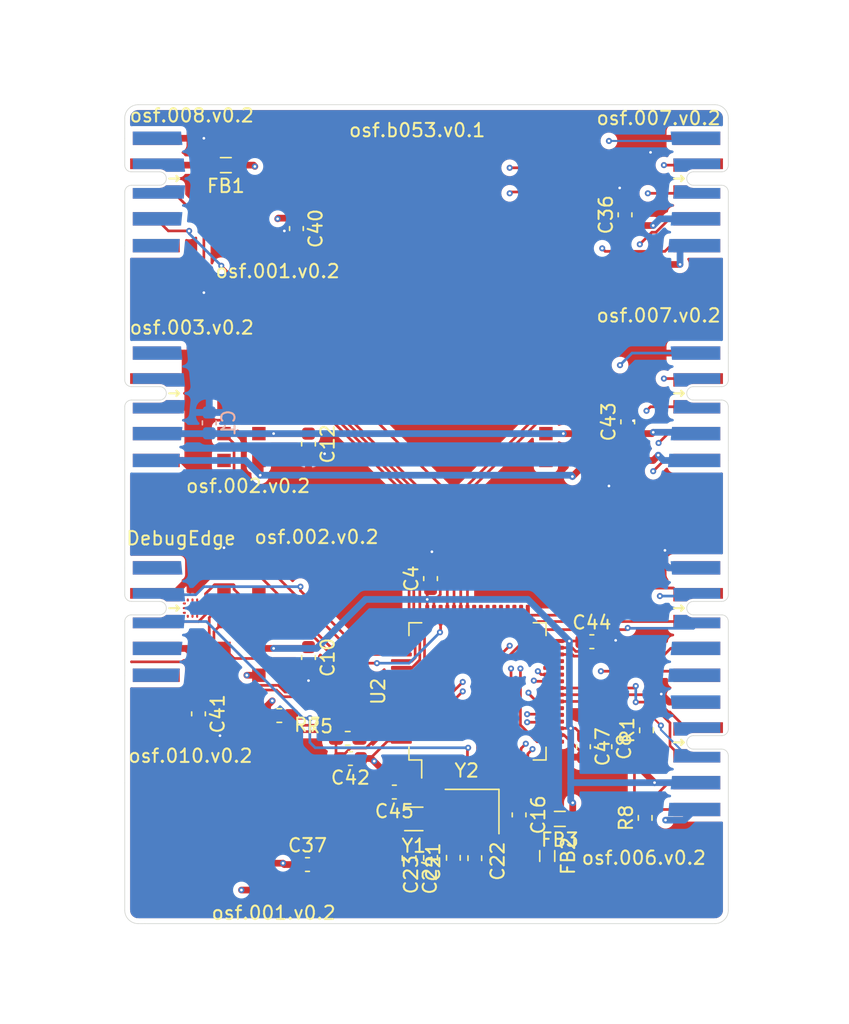
<source format=kicad_pcb>
(kicad_pcb (version 20211014) (generator pcbnew)
  (layers (0 "F.Cu" signal) (1 "In1.Cu" signal) (2 "In2.Cu" signal) (31 "B.Cu" signal) (34 "B.Paste" user) (35 "F.Paste" user) (36 "B.SilkS" user "B.Silkscreen") (37 "F.SilkS" user "F.Silkscreen") (38 "B.Mask" user) (39 "F.Mask" user) (44 "Edge.Cuts" user))
  (net 0 "")
  (net 1 "GND")
  (net 2 "+3V3")
  (net 3 "Net-(C21-Pad1)")
  (net 4 "Net-(C22-Pad1)")
  (net 5 "Net-(C23-Pad1)")
  (net 6 "Net-(C24-Pad1)")
  (net 7 "/uC/D+")
  (net 8 "/uC/D-")
  (net 9 "+5V")
  (net 10 "/uC/vref+")
  (net 11 "/uC/nrst")
  (net 12 "/uC/AD8")
  (net 13 "/uC/AD9")
  (net 14 "/uC/AD3")
  (net 15 "/uC/AD5")
  (net 16 "/uC/AD6")
  (net 17 "/uC/AD4")
  (net 18 "/uC/AD0")
  (net 19 "/uC/AD10")
  (net 20 "/uC/I2C1_SCL")
  (net 21 "Net-(FB1-Pad2)")
  (net 22 "/uC/RXD0")
  (net 23 "/uC/CRS_DV")
  (net 24 "/uC/RXD1")
  (net 25 "/uC/REF_CLK")
  (net 26 "/uC/TX_EN")
  (net 27 "/uC/MDIO")
  (net 28 "/uC/MDC")
  (net 29 "/uC/TXD1")
  (net 30 "/uC/TXD0")
  (net 31 "Net-(R7-Pad2)")
  (net 32 "/uC/RX_ER")
  (net 33 "/uC/CAN_TX")
  (net 34 "/uC/CAN_RX")
  (net 35 "/uC/GNDA")
  (net 36 "Net-(J12-Pad18)")
  (net 38 "/uC/SPI1_MOSI")
  (net 39 "/uC/SPI1_MISO")
  (net 40 "/uC/SPI1_SCK")
  (net 41 "/uC/SPI1_CS")
  (net 42 "/uC/I2C1_SDA")
  (net 43 "/uC/SWDIO")
  (net 44 "/uC/SWDCL")
  (net 45 "/uC/UART1_TX")
  (net 46 "/uC/UART1_RX")
  (net 47 "/uC/SPI3_MOSI")
  (net 48 "/uC/SPI3_MISO")
  (net 49 "/uC/SPI3_SCK")
  (net 50 "/uC/SPI3_CS")
  (net 62 "/vref+")
  (footprint "Crystal:Crystal_SMD_3215-2Pin_3.2x1.5mm" (layer "F.Cu") (at 98.55 127.7 180)
    (fp_text reference "Y1")
    (fp_text value "Crystal 32kHz")
  )
  (footprint "Crystal:Crystal_SMD_Abracon_ABM8G-4Pin_3.2x2.5mm" (layer "F.Cu") (at 102.9 127.15 180)
    (fp_text reference "Y2")
    (fp_text value "Crystal_GND24")
  )
  (footprint "Capacitor_SMD:C_0603_1608Metric" (layer "F.Cu") (at 106.4 127.4 -90)
    (fp_text reference "C16")
    (fp_text value "1uF")
  )
  (footprint "Capacitor_SMD:C_0603_1608Metric" (layer "F.Cu") (at 90.7 99.775 -90)
    (fp_text reference "C12")
    (fp_text value "100nF")
  )
  (footprint "Capacitor_SMD:C_0603_1608Metric" (layer "F.Cu") (at 90.7 115.675 -90)
    (fp_text reference "C10")
    (fp_text value "100nF")
  )
  (footprint "Capacitor_SMD:C_0603_1608Metric" (layer "F.Cu") (at 99.8 109.8 90)
    (fp_text reference "C4")
    (fp_text value "100nF")
  )
  (footprint "Resistor_SMD:R_0603_1608Metric_Pad1.05x0.95mm_HandSolder" (layer "F.Cu") (at 88.525 120)
    (fp_text reference "R5")
    (fp_text value "10k")
  )
  (footprint "Capacitor_SMD:C_0603_1608Metric_Pad1.05x0.95mm_HandSolder" (layer "F.Cu") (at 99.8 130.6 -90)
    (fp_text reference "C23")
    (fp_text value "10pF")
  )
  (footprint "Resistor_SMD:R_0603_1608Metric_Pad1.05x0.95mm_HandSolder" (layer "F.Cu") (at 93.625 121.7)
    (fp_text reference "R7")
    (fp_text value "10k")
  )
  (footprint "Capacitor_SMD:C_0603_1608Metric_Pad1.05x0.95mm_HandSolder" (layer "F.Cu") (at 98.2 130.625 -90)
    (fp_text reference "C24")
    (fp_text value "10pF")
  )
  (footprint "Capacitor_SMD:C_0603_1608Metric_Pad1.05x0.95mm_HandSolder" (layer "F.Cu") (at 103.1 130.625 -90)
    (fp_text reference "C22")
    (fp_text value "22pF")
  )
  (footprint "Capacitor_SMD:C_0603_1608Metric_Pad1.05x0.95mm_HandSolder" (layer "F.Cu") (at 101.5 130.6 -90)
    (fp_text reference "C21")
    (fp_text value "22pF")
  )
  (footprint "Capacitor_SMD:C_0603_1608Metric" (layer "F.Cu") (at 114.3 82.7 90)
    (fp_text reference "C36")
    (fp_text value "100nF")
  )
  (footprint "Capacitor_SMD:C_0603_1608Metric" (layer "F.Cu") (at 90.625 131.1)
    (fp_text reference "C37")
    (fp_text value "100nF")
  )
  (footprint "Capacitor_SMD:C_0603_1608Metric" (layer "F.Cu") (at 89.8 83.725 -90)
    (fp_text reference "C40")
    (fp_text value "100nF")
  )
  (footprint "Capacitor_SMD:C_0603_1608Metric" (layer "F.Cu") (at 82.5 119.875 -90)
    (fp_text reference "C41")
    (fp_text value "1uF")
  )
  (footprint "Capacitor_SMD:C_0603_1608Metric" (layer "F.Cu") (at 93.825 123.2 180)
    (fp_text reference "C42")
    (fp_text value "100nF")
  )
  (footprint "Capacitor_SMD:C_0603_1608Metric" (layer "F.Cu") (at 114.5 98.125 90)
    (fp_text reference "C43")
    (fp_text value "1uF")
  )
  (footprint "Capacitor_SMD:C_0603_1608Metric" (layer "F.Cu") (at 111.825 114.5)
    (fp_text reference "C44")
    (fp_text value "100nF")
  )
  (footprint "Capacitor_SMD:C_0603_1608Metric" (layer "F.Cu") (at 97.1 125.7 180)
    (fp_text reference "C45")
    (fp_text value "100nF")
  )
  (footprint "Capacitor_SMD:C_0603_1608Metric" (layer "F.Cu") (at 111.2 122.325 -90)
    (fp_text reference "C47")
    (fp_text value "100nF")
  )
  (footprint "Capacitor_SMD:C_0603_1608Metric" (layer "F.Cu") (at 112.8 122.325 -90)
    (fp_text reference "C8")
    (fp_text value "1uF")
  )
  (footprint "on_edge:on_edge_2x05_device" (layer "F.Cu") (at 77 81 -90)
    (fp_text reference "J1")
    (fp_text value "008_USB_2x2")
    (fp_line (start -4 0) (end -2 0) (layer "Edge.Cuts") (width 0.05))
    (fp_line (start -0.5 -0.5) (end -0.5 -2.6) (layer "Edge.Cuts") (width 0.05))
    (fp_line (start -1.5 -2.6) (end -1.5 -0.5) (layer "Edge.Cuts") (width 0.05))
    (fp_line (start 0 0) (end 4 0) (layer "Edge.Cuts") (width 0.05))
    (fp_arc (start -1.5 -2.6) (mid -1 -3.1) (end -0.5 -2.6) (layer "Edge.Cuts") (width 0.05))
    (fp_arc (start -1.5 -0.5) (mid -1.646447 -0.146447) (end -2 0) (layer "Edge.Cuts") (width 0.05))
    (fp_arc (start 0 0) (mid -0.353553 -0.146447) (end -0.5 -0.5) (layer "Edge.Cuts") (width 0.05))
  )
  (footprint "on_edge:on_edge_2x05_device" (layer "F.Cu") (at 77 113 -90)
    (fp_text reference "J2")
    (fp_text value "DebugEdge_02x05")
    (fp_line (start -4 0) (end -2 0) (layer "Edge.Cuts") (width 0.05))
    (fp_line (start -1.5 -2.6) (end -1.5 -0.5) (layer "Edge.Cuts") (width 0.05))
    (fp_line (start 0 0) (end 4 0) (layer "Edge.Cuts") (width 0.05))
    (fp_line (start -0.5 -0.5) (end -0.5 -2.6) (layer "Edge.Cuts") (width 0.05))
    (fp_arc (start -1.5 -0.5) (mid -1.646447 -0.146447) (end -2 0) (layer "Edge.Cuts") (width 0.05))
    (fp_arc (start 0 0) (mid -0.353553 -0.146447) (end -0.5 -0.5) (layer "Edge.Cuts") (width 0.05))
    (fp_arc (start -1.5 -2.6) (mid -1 -3.1) (end -0.5 -2.6) (layer "Edge.Cuts") (width 0.05))
  )
  (footprint "on_edge:on_edge_2x05_device" (layer "F.Cu") (at 77 97 -90)
    (fp_text reference "J3")
    (fp_text value "003_power_2x2")
    (fp_line (start -4 0) (end -2 0) (layer "Edge.Cuts") (width 0.05))
    (fp_line (start -1.5 -2.6) (end -1.5 -0.5) (layer "Edge.Cuts") (width 0.05))
    (fp_line (start 0 0) (end 4 0) (layer "Edge.Cuts") (width 0.05))
    (fp_line (start -0.5 -0.5) (end -0.5 -2.6) (layer "Edge.Cuts") (width 0.05))
    (fp_arc (start -1.5 -0.5) (mid -1.646447 -0.146447) (end -2 0) (layer "Edge.Cuts") (width 0.05))
    (fp_arc (start -1.5 -2.6) (mid -1 -3.1) (end -0.5 -2.6) (layer "Edge.Cuts") (width 0.05))
    (fp_arc (start 0 0) (mid -0.353553 -0.146447) (end -0.5 -0.5) (layer "Edge.Cuts") (width 0.05))
  )
  (footprint "on_edge:on_edge_2x05_host" (layer "F.Cu") (at 122 97 -90)
    (fp_text reference "J5")
    (fp_text value "007_ADC_2x5")
    (fp_line (start 0 0) (end 4 0) (layer "Edge.Cuts") (width 0.05))
    (fp_line (start -4 0) (end -2 0) (layer "Edge.Cuts") (width 0.05))
    (fp_line (start -0.5 2.6) (end -0.5 0.5) (layer "Edge.Cuts") (width 0.05))
    (fp_line (start -1.5 0.5) (end -1.5 2.6) (layer "Edge.Cuts") (width 0.05))
    (fp_arc (start -0.5 2.6) (mid -1 3.1) (end -1.5 2.6) (layer "Edge.Cuts") (width 0.05))
    (fp_arc (start -0.5 0.5) (mid -0.353553 0.146447) (end 0 0) (layer "Edge.Cuts") (width 0.05))
    (fp_arc (start -2 0) (mid -1.646447 0.146447) (end -1.5 0.5) (layer "Edge.Cuts") (width 0.05))
  )
  (footprint "on_edge:on_edge_2x05_host" (layer "F.Cu") (at 122 81 -90)
    (fp_text reference "J7")
    (fp_text value "007_ADC_2x5")
    (fp_line (start -1.5 0.5) (end -1.5 2.6) (layer "Edge.Cuts") (width 0.05))
    (fp_line (start -4 0) (end -2 0) (layer "Edge.Cuts") (width 0.05))
    (fp_line (start -0.5 2.6) (end -0.5 0.5) (layer "Edge.Cuts") (width 0.05))
    (fp_line (start 0 0) (end 4 0) (layer "Edge.Cuts") (width 0.05))
    (fp_arc (start -0.5 2.6) (mid -1 3.1) (end -1.5 2.6) (layer "Edge.Cuts") (width 0.05))
    (fp_arc (start -0.5 0.5) (mid -0.353553 0.146447) (end 0 0) (layer "Edge.Cuts") (width 0.05))
    (fp_arc (start -2 0) (mid -1.646447 0.146447) (end -1.5 0.5) (layer "Edge.Cuts") (width 0.05))
  )
  (footprint "on_edge:on_edge_2x05_up_host" (layer "F.Cu") (at 88 129 -90)
    (fp_text reference "J8")
    (fp_text value "001_I2C_2x5")
  )
  (footprint "on_edge:on_edge_2x05_up_host" (layer "F.Cu") (at 88 97 -90)
    (fp_text reference "J9")
    (fp_text value "002_SPI_2x5")
  )
  (footprint "on_edge:on_edge_2x05_up_host" (layer "F.Cu") (at 88 113 -90)
    (fp_text reference "J11")
    (fp_text value "002_SPI_2x5")
  )
  (footprint "Resistor_SMD:R_0603_1608Metric_Pad1.05x0.95mm_HandSolder" (layer "F.Cu") (at 115.8 127.625 90)
    (fp_text reference "R8")
    (fp_text value "10k")
  )
  (footprint "on_edge:on_edge_2x10_host" (layer "F.Cu") (at 122 113 -90)
    (fp_text reference "J12")
    (fp_text value "006_RMII_2x10")
    (fp_line (start -1.5 0.5) (end -1.5 2.6) (layer "Edge.Cuts") (width 0.05))
    (fp_line (start -4 0) (end -2 0) (layer "Edge.Cuts") (width 0.05))
    (fp_line (start 9.5 2.6) (end 9.5 0.5) (layer "Edge.Cuts") (width 0.05))
    (fp_line (start 5 0) (end 8 0) (layer "Edge.Cuts") (width 0.05))
    (fp_line (start 0 0) (end 5 0) (layer "Edge.Cuts") (width 0.05))
    (fp_line (start 10 0) (end 14 0) (layer "Edge.Cuts") (width 0.05))
    (fp_line (start -0.5 2.6) (end -0.5 0.5) (layer "Edge.Cuts") (width 0.05))
    (fp_line (start 8.5 0.5) (end 8.5 2.6) (layer "Edge.Cuts") (width 0.05))
    (fp_arc (start 9.5 2.6) (mid 9 3.1) (end 8.5 2.6) (layer "Edge.Cuts") (width 0.05))
    (fp_arc (start -0.5 0.5) (mid -0.353553 0.146447) (end 0 0) (layer "Edge.Cuts") (width 0.05))
    (fp_arc (start 9.5 0.5) (mid 9.646447 0.146447) (end 10 0) (layer "Edge.Cuts") (width 0.05))
    (fp_arc (start 8 0) (mid 8.353553 0.146447) (end 8.5 0.5) (layer "Edge.Cuts") (width 0.05))
    (fp_arc (start -2 0) (mid -1.646447 0.146447) (end -1.5 0.5) (layer "Edge.Cuts") (width 0.05))
    (fp_arc (start -0.5 2.6) (mid -1 3.1) (end -1.5 2.6) (layer "Edge.Cuts") (width 0.05))
  )
  (footprint "Inductor_SMD:L_0805_2012Metric" (layer "F.Cu") (at 108.5 130.4625 -90)
    (fp_text reference "FB2")
    (fp_text value " FCM1608KF-601T03 TypeA")
  )
  (footprint "Inductor_SMD:L_0805_2012Metric" (layer "F.Cu") (at 109.4375 127.7 180)
    (fp_text reference "FB3")
    (fp_text value " FCM1608KF-601T03 TypeA")
  )
  (footprint "on_edge:on_edge_2x05_up_host" (layer "F.Cu") (at 112 97 -90)
    (fp_text reference "J6")
    (fp_text value "010_UART")
  )
  (footprint "on_edge:on_edge_2x05_up_host" (layer "F.Cu") (at 112 81 -90)
    (fp_text reference "J14")
    (fp_text value "012_CAN")
  )
  (footprint "Inductor_SMD:L_0805_2012Metric" (layer "F.Cu") (at 84.5375 79 180)
    (fp_text reference "FB1")
    (fp_text value " FCM1608KF-601T03 TypeA")
  )
  (footprint "Resistor_SMD:R_0603_1608Metric_Pad1.05x0.95mm_HandSolder" (layer "F.Cu") (at 115.9 121.1 90)
    (fp_text reference "R1")
    (fp_text value "10k")
  )
  (footprint "Package_QFP:LQFP-64_10x10mm_P0.5mm" (layer "F.Cu") (at 103.3 118.2 90)
    (fp_text reference "U2")
    (fp_text value "STM32F107RBTx")
  )
  (footprint "Capacitor_SMD:C_0603_1608Metric" (layer "B.Cu") (at 83.3 98.2 90)
    (fp_text reference "C1")
    (fp_text value "100nF")
  )
  (gr_line (start 78 135.5) (end 78.5 135.5) (layer "Edge.Cuts") (width 0.05))
  (gr_line (start 77 77) (end 77 75.5) (layer "Edge.Cuts") (width 0.05))
  (gr_arc (start 121 74.5) (mid 121.707107 74.792893) (end 122 75.5) (layer "Edge.Cuts") (width 0.05))
  (gr_arc (start 77 75.5) (mid 77.292893 74.792893) (end 78 74.5) (layer "Edge.Cuts") (width 0.05))
  (gr_arc (start 122 134.5) (mid 121.707107 135.207107) (end 121 135.5) (layer "Edge.Cuts") (width 0.05))
  (gr_line (start 122 134.5) (end 122 127) (layer "Edge.Cuts") (width 0.05))
  (gr_line (start 121 74.5) (end 78 74.5) (layer "Edge.Cuts") (width 0.05))
  (gr_line (start 122 75.5) (end 122 77) (layer "Edge.Cuts") (width 0.05))
  (gr_line (start 77 134.5) (end 77 125) (layer "Edge.Cuts") (width 0.05))
  (gr_line (start 77 93) (end 77 85) (layer "Edge.Cuts") (width 0.05))
  (gr_line (start 121 135.5) (end 78.5 135.5) (layer "Edge.Cuts") (width 0.05))
  (gr_arc (start 78 135.5) (mid 77.292893 135.207107) (end 77 134.5) (layer "Edge.Cuts") (width 0.05))
  (gr_line (start 122 101) (end 122 109) (layer "Edge.Cuts") (width 0.05))
  (gr_line (start 77 101) (end 77 109) (layer "Edge.Cuts") (width 0.05))
  (gr_line (start 77 117) (end 77 125) (layer "Edge.Cuts") (width 0.05))
  (gr_line (start 122 85) (end 122 93) (layer "Edge.Cuts") (width 0.05))
  (gr_text "osf.007.v0.2" (at 116.8 90.2) (layer "F.SilkS") (effects (font (size 1 1))))
  (gr_text "osf.006.v0.2" (at 115.7 130.6) (layer "F.SilkS") (effects (font (size 1 1))))
  (gr_text "DebugEdge" (at 81.2 106.8) (layer "F.SilkS") (effects (font (size 1 1))))
  (gr_text "osf.b053.v0.1" (at 98.8 76.4) (layer "F.SilkS") (effects (font (size 1 1))))
  (gr_text "osf.002.v0.2" (at 86.2 102.9) (layer "F.SilkS") (effects (font (size 1 1))))
  (gr_text "osf.002.v0.2" (at 91.3 106.7) (layer "F.SilkS") (effects (font (size 1 1))))
  (gr_text "osf.007.v0.2" (at 116.8 75.5) (layer "F.SilkS") (effects (font (size 1 1))))
  (gr_text "osf.003.v0.2" (at 82 91.1) (layer "F.SilkS") (effects (font (size 1 1))))
  (gr_text "osf.001.v0.2" (at 88.1 134.7) (layer "F.SilkS") (effects (font (size 1 1))))
  (gr_text "osf.008.v0.2" (at 82 75.3) (layer "F.SilkS") (effects (font (size 1 1))))
  (gr_text "osf.010.v0.2" (at 81.9 123) (layer "F.SilkS") (effects (font (size 1 1))))
  (gr_text "osf.001.v0.2" (at 88.4 86.9) (layer "F.SilkS") (effects (font (size 1 1))))
  (segment (start 97.625 121.45) (end 95.964444 121.45) (width 0.2) (layer "F.Cu") (net 1))
  (segment (start 112.7 114.4) (end 112.6 114.5) (width 0.5) (layer "F.Cu") (net 1))
  (segment (start 84.4 93) (end 79.35 93) (width 0.5) (layer "F.Cu") (net 1))
  (segment (start 99.8 107.9) (end 99.9 107.8) (width 0.5) (layer "F.Cu") (net 1))
  (segment (start 89.8 84.5) (end 89.5 84.5) (width 0.5) (layer "F.Cu") (net 1))
  (segment (start 89.5 84.5) (end 88.9 83.9) (width 0.5) (layer "F.Cu") (net 1))
  (segment (start 110.628242 115.22501) (end 111.471758 115.22501) (width 0.2) (layer "F.Cu") (net 1))
  (segment (start 92.75 121.7) (end 92.75 122.9) (width 0.2) (layer "F.Cu") (net 1))
  (segment (start 82.5 120.65) (end 82.5 123.1) (width 0.5) (layer "F.Cu") (net 1))
  (segment (start 100.05 111.471768) (end 100.52501 110.996758) (width 0.2) (layer "F.Cu") (net 1))
  (segment (start 113.5 91.8) (end 109.6 91.8) (width 0.5) (layer "F.Cu") (net 1))
  (segment (start 80.6 111) (end 82.6 109) (width 0.5) (layer "F.Cu") (net 1))
  (segment (start 117.675 107.297137) (end 117.27499 107.697147) (width 0.5) (layer "F.Cu") (net 1))
  (segment (start 109.75 121.45) (end 111.2 122.9) (width 0.2) (layer "F.Cu") (net 1))
  (segment (start 96.325 125.7) (end 95.55 125.7) (width 0.2) (layer "F.Cu") (net 1))
  (segment (start 100.77499 127.32501) (end 100.77499 130.74999) (width 0.2) (layer "F.Cu") (net 1))
  (segment (start 113.85 75.7) (end 116.2 78.05) (width 0.15) (layer "F.Cu") (net 1))
  (segment (start 117.55 109) (end 119.65 109) (width 0.5) (layer "F.Cu") (net 1))
  (segment (start 83.35 121.5) (end 82.5 120.65) (width 0.5) (layer "F.Cu") (net 1))
  (segment (start 103.075 131.475) (end 103.1 131.5) (width 0.2) (layer "F.Cu") (net 1))
  (segment (start 103.1 131.5) (end 103.82501 130.77499) (width 0.2) (layer "F.Cu") (net 1))
  (segment (start 112.196768 114.5) (end 112.6 114.5) (width 0.2) (layer "F.Cu") (net 1))
  (segment (start 100.05 112.525) (end 100.05 111.471768) (width 0.2) (layer "F.Cu") (net 1))
  (segment (start 93.82499 122.42501) (end 93.05 123.2) (width 0.2) (layer "F.Cu") (net 1))
  (segment (start 84.4 104.1) (end 81.3 101) (width 0.5) (layer "F.Cu") (net 1))
  (segment (start 101.8 126.3) (end 100.77499 127.32501) (width 0.2) (layer "F.Cu") (net 1))
  (segment (start 108.4 77) (end 109.7 75.7) (width 0.15) (layer "F.Cu") (net 1))
  (segment (start 81.3 101) (end 79.35 101) (width 0.5) (layer "F.Cu") (net 1))
  (segment (start 99.8 109.025) (end 99.8 107.9) (width 0.5) (layer "F.Cu") (net 1))
  (segment (start 108.975 114.95) (end 110.353232 114.95) (width 0.2) (layer "F.Cu") (net 1))
  (segment (start 100.52501 110.996758) (end 100.52501 109.75001) (width 0.2) (layer "F.Cu") (net 1))
  (segment (start 90.7 100.55) (end 91.85 100.55) (width 0.5) (layer "F.Cu") (net 1))
  (segment (start 94.989434 122.42501) (end 93.82499 122.42501) (width 0.2) (layer "F.Cu") (net 1))
  (segment (start 81.5 93) (end 79.35 93) (width 0.5) (layer "F.Cu") (net 1))
  (segment (start 108.975 121.45) (end 109.75 121.45) (width 0.2) (layer "F.Cu") (net 1))
  (segment (start 81.7 101) (end 81.7 99.1) (width 0.5) (layer "F.Cu") (net 1))
  (segment (start 114.5 97.35) (end 114.92499 97.77499) (width 0.5) (layer "F.Cu") (net 1))
  (segment (start 109.7 75.7) (end 113.85 75.7) (width 0.15) (layer "F.Cu") (net 1))
  (segment (start 81.7 97.2) (end 81.5 97) (width 0.5) (layer "F.Cu") (net 1))
  (segment (start 111.2 122.9) (end 111.2 123.1) (width 0.2) (layer "F.Cu") (net 1))
  (segment (start 117.675 106.4) (end 117.675 107.297137) (width 0.5) (layer "F.Cu") (net 1))
  (segment (start 117.25 77) (end 116.2 78.05) (width 0.5) (layer "F.Cu") (net 1))
  (segment (start 84.4 109) (end 84.4 107.5) (width 0.5) (layer "F.Cu") (net 1))
  (segment (start 110.353232 114.95) (end 110.628242 115.22501) (width 0.2) (layer "F.Cu") (net 1))
  (segment (start 117.27499 108.72499) (end 117.55 109) (width 0.5) (layer "F.Cu") (net 1))
  (segment (start 90.7 116.45) (end 90.7 117.4) (width 0.5) (layer "F.Cu") (net 1))
  (segment (start 99.8 131.475) (end 98.225 131.475) (width 0.2) (layer "F.Cu") (net 1))
  (segment (start 101.5 131.475) (end 99.8 131.475) (width 0.2) (layer "F.Cu") (net 1))
  (segment (start 81.5 97) (end 80.6 97) (width 0.5) (layer "F.Cu") (net 1))
  (segment (start 79.35 101) (end 81.7 101) (width 0.5) (layer "F.Cu") (net 1))
  (segment (start 91.85 100.55) (end 91.9 100.5) (width 0.5) (layer "F.Cu") (net 1))
  (segment (start 82.5 123.1) (end 84.4 125) (width 0.5) (layer "F.Cu") (net 1))
  (segment (start 117.6 119) (end 117 118.4) (width 0.5) (layer "F.Cu") (net 1))
  (segment (start 81.7 99.1) (end 81.7 97.2) (width 0.5) (layer "F.Cu") (net 1))
  (segment (start 114.175 102.9) (end 113.1 102.9) (width 0.5) (layer "F.Cu") (net 1))
  (segment (start 117.675 106.4) (end 114.175 102.9) (width 0.5) (layer "F.Cu") (net 1))
  (segment (start 109.6 91.8) (end 108.4 93) (width 0.5) (layer "F.Cu") (net 1))
  (segment (start 119.65 77) (end 117.25 77) (width 0.5) (layer "F.Cu") (net 1))
  (segment (start 81.7 99.1) (end 81.6 99) (width 0.5) (layer "F.Cu") (net 1))
  (segment (start 84.4 107.5) (end 84.4 104.1) (width 0.5) (layer "F.Cu") (net 1))
  (segment (start 114.3 81.925) (end 114.3 81.1) (width 0.5) (layer "F.Cu") (net 1))
  (segment (start 119.65 119) (end 117.6 119) (width 0.5) (layer "F.Cu") (net 1))
  (segment (start 101.5 131.475) (end 103.075 131.475) (width 0.2) (layer "F.Cu") (net 1))
  (segment (start 95.55 125.7) (end 93.05 123.2) (width 0.2) (layer "F.Cu") (net 1))
  (segment (start 81.6 99) (end 79.35 99) (width 0.5) (layer "F.Cu") (net 1))
  (segment (start 81.7 95.2) (end 81.7 97.2) (width 0.5) (layer "F.Cu") (net 1))
  (segment (start 98.225 131.475) (end 98.2 131.5) (width 0.2) (layer "F.Cu") (net 1))
  (segment (start 103.82501 128.17499) (end 104 128) (width 0.2) (layer "F.Cu") (net 1))
  (segment (start 84.1 121.5) (end 83.35 121.5) (width 0.5) (layer "F.Cu") (net 1))
  (segment (start 114.7 93) (end 113.5 91.8) (width 0.5) (layer "F.Cu") (net 1))
  (segment (start 111.2 123.1) (end 112.8 123.1) (width 0.2) (layer "F.Cu") (net 1))
  (segment (start 100.77499 130.74999) (end 101.5 131.475) (width 0.2) (layer "F.Cu") (net 1))
  (segment (start 117.27499 107.697147) (end 117.27499 108.72499) (width 0.5) (layer "F.Cu") (net 1))
  (segment (start 82.6 109) (end 84.4 109) (width 0.5) (layer "F.Cu") (net 1))
  (segment (start 111.471758 115.22501) (end 112.196768 114.5) (width 0.2) (layer "F.Cu") (net 1))
  (segment (start 92.75 122.9) (end 93.05 123.2) (width 0.2) (layer "F.Cu") (net 1))
  (segment (start 119.65 93) (end 114.7 93) (width 0.5) (layer "F.Cu") (net 1))
  (segment (start 113.6 114.4) (end 112.7 114.4) (width 0.5) (layer "F.Cu") (net 1))
  (segment (start 114.92499 97.77499) (end 114.92499 98.040124) (width 0.5) (layer "F.Cu") (net 1))
  (segment (start 95.964444 121.45) (end 94.989434 122.42501) (width 0.2) (layer "F.Cu") (net 1))
  (segment (start 81.5 95) (end 81.7 95.2) (width 0.5) (layer "F.Cu") (net 1))
  (segment (start 114.3 81.1) (end 113.9 80.7) (width 0.5) (layer "F.Cu") (net 1))
  (segment (start 79.35 77) (end 82.9 77) (width 0.5) (layer "F.Cu") (net 1))
  (segment (start 81.5 95) (end 81.5 93) (width 0.5) (layer "F.Cu") (net 1))
  (segment (start 103.82501 130.77499) (end 103.82501 128.17499) (width 0.2) (layer "F.Cu") (net 1))
  (segment (start 80.6 95) (end 81.5 95) (width 0.5) (layer "F.Cu") (net 1))
  (segment (start 100.52501 109.75001) (end 99.8 109.025) (width 0.2) (layer "F.Cu") (net 1))
  (via (at 113.6 114.4) (size 0.45) (drill 0.2) (layers "F.Cu" "B.Cu") (net 1))
  (via (at 113.1 102.9) (size 0.45) (drill 0.2) (layers "F.Cu" "B.Cu") (net 1))
  (via (at 113.9 80.7) (size 0.45) (drill 0.2) (layers "F.Cu" "B.Cu") (net 1))
  (via (at 117 118.4) (size 0.45) (drill 0.2) (layers "F.Cu" "B.Cu") (net 1))
  (via (at 90.7 117.4) (size 0.45) (drill 0.2) (layers "F.Cu" "B.Cu") (net 1))
  (via (at 99.9 107.8) (size 0.45) (drill 0.2) (layers "F.Cu" "B.Cu") (net 1))
  (via (at 116.2 78.05) (size 0.45) (drill 0.2) (layers "F.Cu" "B.Cu") (net 1))
  (via (at 82.9 77) (size 0.45) (drill 0.2) (layers "F.Cu" "B.Cu") (net 1))
  (via (at 84.4 107.5) (size 0.45) (drill 0.2) (layers "F.Cu" "B.Cu") (net 1))
  (via (at 84.1 121.5) (size 0.45) (drill 0.2) (layers "F.Cu" "B.Cu") (net 1))
  (via (at 114.92499 98.040124) (size 0.45) (drill 0.2) (layers "F.Cu" "B.Cu") (net 1))
  (via (at 91.9 100.5) (size 0.45) (drill 0.2) (layers "F.Cu" "B.Cu") (net 1))
  (via (at 82.9 88.5) (size 0.45) (drill 0.2) (layers "F.Cu" "B.Cu") (net 1))
  (via (at 117.27499 107.697147) (size 0.45) (drill 0.2) (layers "F.Cu" "B.Cu") (net 1))
  (via (at 88.9 83.9) (size 0.45) (drill 0.2) (layers "F.Cu" "B.Cu") (net 1))
  (segment (start 117.27499 108.72499) (end 117.27499 107.697147) (width 0.5) (layer "B.Cu") (net 1))
  (segment (start 117.55 109) (end 117.27499 108.72499) (width 0.5) (layer "B.Cu") (net 1))
  (segment (start 113.1 99.865114) (end 114.92499 98.040124) (width 0.5) (layer "B.Cu") (net 1))
  (segment (start 113.1 102.9) (end 113.1 99.865114) (width 0.5) (layer "B.Cu") (net 1))
  (segment (start 119.6 109) (end 117.55 109) (width 0.5) (layer "B.Cu") (net 1))
  (segment (start 88.1 115) (end 90.6 115) (width 0.5) (layer "F.Cu") (net 2))
  (segment (start 111 99) (end 116.3 99) (width 0.5) (layer "F.Cu") (net 2))
  (segment (start 87.65 120) (end 84.920002 120) (width 0.5) (layer "F.Cu") (net 2))
  (segment (start 112.8 121.55) (end 111.2 121.55) (width 0.5) (layer "F.Cu") (net 2))
  (segment (start 111.5 83.5) (end 111 83) (width 0.5) (layer "F.Cu") (net 2))
  (segment (start 111 99) (end 109.7 99) (width 0.5) (layer "F.Cu") (net 2))
  (segment (start 97.575 121.9) (end 96.6 121.9) (width 0.2) (layer "F.Cu") (net 2))
  (segment (start 87 131) (end 88.8 131) (width 0.5) (layer "F.Cu") (net 2))
  (segment (start 99.55 110.825) (end 99.8 110.575) (width 0.2) (layer "F.Cu") (net 2))
  (segment (start 95.3 123.2) (end 94.6 123.2) (width 0.2) (layer "F.Cu") (net 2))
  (segment (start 108.975 120.95) (end 110.25 120.95) (width 0.2) (layer "F.Cu") (net 2))
  (segment (start 88.9 131.1) (end 88.8 131) (width 0.5) (layer "F.Cu") (net 2))
  (segment (start 88.45 82.95) (end 88.4 83) (width 0.5) (layer "F.Cu") (net 2))
  (segment (start 116.5 125) (end 115.7 124.2) (width 0.5) (layer "F.Cu") (net 2))
  (segment (start 99.55 111.35) (end 99.55 110.825) (width 0.2) (layer "F.Cu") (net 2))
  (segment (start 87.65 119.25) (end 88 118.9) (width 0.5) (layer "F.Cu") (net 2))
  (segment (start 90.6 115) (end 90.7 114.9) (width 0.5) (layer "F.Cu") (net 2))
  (segment (start 82.5 119.1) (end 82.5 115.9) (width 0.5) (layer "F.Cu") (net 2))
  (segment (start 108.975 114.45) (end 111 114.45) (width 0.2) (layer "F.Cu") (net 2))
  (segment (start 97.625 121.95) (end 97.575 121.9) (width 0.2) (layer "F.Cu") (net 2))
  (segment (start 99.55 112.525) (end 99.55 111.35) (width 0.2) (layer "F.Cu") (net 2))
  (segment (start 97.875 125.7) (end 95.375 123.2) (width 0.5) (layer "F.Cu") (net 2))
  (segment (start 89.85 131.1) (end 88.9 131.1) (width 0.5) (layer "F.Cu") (net 2))
  (segment (start 116.3 99) (end 116.4 98.9) (width 0.5) (layer "F.Cu") (net 2))
  (segment (start 99.55 123.875) (end 99.55 124.95) (width 0.2) (layer "F.Cu") (net 2))
  (segment (start 89.8 82.95) (end 88.45 82.95) (width 0.5) (layer "F.Cu") (net 2))
  (segment (start 110.25 120.95) (end 110.6 120.95) (width 0.2) (layer "F.Cu") (net 2))
  (segment (start 84.020002 119.1) (end 82.5 119.1) (width 0.5) (layer "F.Cu") (net 2))
  (segment (start 84.920002 120) (end 84.020002 119.1) (width 0.5) (layer "F.Cu") (net 2))
  (segment (start 95.375 123.2) (end 94.6 123.2) (width 0.5) (layer "F.Cu") (net 2))
  (segment (start 81.6 115) (end 79.35 115) (width 0.5) (layer "F.Cu") (net 2))
  (segment (start 94.6 123.2) (end 95.4 123.2) (width 0.2) (layer "F.Cu") (net 2))
  (segment (start 87.65 120) (end 87.65 119.25) (width 0.5) (layer "F.Cu") (net 2))
  (segment (start 99.55 124.95) (end 98.8 125.7) (width 0.2) (layer "F.Cu") (net 2))
  (segment (start 96.6 121.9) (end 95.3 123.2) (width 0.2) (layer "F.Cu") (net 2))
  (segment (start 110.6 120.95) (end 111.2 121.55) (width 0.2) (layer "F.Cu") (net 2))
  (segment (start 87 99) (end 88.1 99) (width 0.5) (layer "F.Cu") (net 2))
  (segment (start 87 115) (end 88.1 115) (width 0.5) (layer "F.Cu") (net 2))
  (segment (start 98.8 125.7) (end 97.875 125.7) (width 0.2) (layer "F.Cu") (net 2))
  (segment (start 111 114.45) (end 111.05 114.5) (width 0.2) (layer "F.Cu") (net 2))
  (segment (start 95.4 123.2) (end 95.6 123.4) (width 0.2) (layer "F.Cu") (net 2))
  (segment (start 82.5 115.9) (end 81.6 115) (width 0.5) (layer "F.Cu") (net 2))
  (segment (start 115.7 124.2) (end 115.7 122.175) (width 0.5) (layer "F.Cu") (net 2))
  (segment (start 90.7 99) (end 88.1 99) (width 0.5) (layer "F.Cu") (net 2))
  (segment (start 110.4 126.5) (end 110.4 127.6) (width 0.5) (layer "F.Cu") (net 2))
  (segment (start 116.4 83.5) (end 111.5 83.5) (width 0.5) (layer "F.Cu") (net 2))
  (segment (start 115.7 122.175) (end 115.9 121.975) (width 0.5) (layer "F.Cu") (net 2))
  (segment (start 110.4 127.6) (end 110.5 127.7) (width 0.5) (layer "F.Cu") (net 2))
  (via (at 88.4 83) (size 0.45) (drill 0.2) (layers "F.Cu" "B.Cu") (net 2))
  (via (at 99.55 111.35) (size 0.45) (drill 0.2) (layers "F.Cu" "B.Cu") (net 2))
  (via (at 88 118.9) (size 0.45) (drill 0.2) (layers "F.Cu" "B.Cu") (net 2))
  (via (at 109.7 99) (size 0.45) (drill 0.2) (layers "F.Cu" "B.Cu") (net 2))
  (via (at 110.25 120.95) (size 0.45) (drill 0.2) (layers "F.Cu" "B.Cu") (net 2))
  (via (at 110.15 114.45) (size 0.45) (drill 0.2) (layers "F.Cu" "B.Cu") (net 2))
  (via (at 116.5 125) (size 0.45) (drill 0.2) (layers "F.Cu" "B.Cu") (net 2))
  (via (at 95.6 123.4) (size 0.45) (drill 0.2) (layers "F.Cu" "B.Cu") (net 2))
  (via (at 116.4 83.5) (size 0.45) (drill 0.2) (layers "F.Cu" "B.Cu") (net 2))
  (via (at 88.1 99) (size 0.45) (drill 0.2) (layers "F.Cu" "B.Cu") (net 2))
  (via (at 88.8 131) (size 0.45) (drill 0.2) (layers "F.Cu" "B.Cu") (net 2))
  (via (at 110.4 126.5) (size 0.45) (drill 0.2) (layers "F.Cu" "B.Cu") (net 2))
  (via (at 88.1 115) (size 0.45) (drill 0.2) (layers "F.Cu" "B.Cu") (net 2))
  (via (at 116.4 98.9) (size 0.45) (drill 0.2) (layers "F.Cu" "B.Cu") (net 2))
  (segment (start 116.4 98.9) (end 119.5 98.9) (width 0.5) (layer "B.Cu") (net 2))
  (segment (start 79.4 99) (end 88.1 99) (width 0.5) (layer "B.Cu") (net 2))
  (segment (start 110.15 114.45) (end 110.15 120.85) (width 0.5) (layer "B.Cu") (net 2))
  (segment (start 107.05 111.35) (end 110.15 114.45) (width 0.5) (layer "B.Cu") (net 2))
  (segment (start 119.5 98.9) (end 119.6 99) (width 0.5) (layer "B.Cu") (net 2))
  (segment (start 110.15 120.85) (end 110.25 120.95) (width 0.5) (layer "B.Cu") (net 2))
  (segment (start 110.25 125.05) (end 110.25 126.35) (width 0.5) (layer "B.Cu") (net 2))
  (segment (start 110.25 120.95) (end 110.25 125.05) (width 0.5) (layer "B.Cu") (net 2))
  (segment (start 119.6 83) (end 116.9 83) (width 0.5) (layer "B.Cu") (net 2))
  (segment (start 88.1 115) (end 91.3 115) (width 0.5) (layer "B.Cu") (net 2))
  (segment (start 88.1 99) (end 109.7 99) (width 0.5) (layer "B.Cu") (net 2))
  (segment (start 94.95 111.35) (end 99.55 111.35) (width 0.5) (layer "B.Cu") (net 2))
  (segment (start 116.5 125) (end 110.3 125) (width 0.5) (layer "B.Cu") (net 2))
  (segment (start 116.9 83) (end 116.4 83.5) (width 0.5) (layer "B.Cu") (net 2))
  (segment (start 110.3 125) (end 110.25 125.05) (width 0.5) (layer "B.Cu") (net 2))
  (segment (start 119.6 125) (end 116.5 125) (width 0.5) (layer "B.Cu") (net 2))
  (segment (start 91.3 115) (end 94.95 111.35) (width 0.5) (layer "B.Cu") (net 2))
  (segment (start 110.25 126.35) (end 110.4 126.5) (width 0.5) (layer "B.Cu") (net 2))
  (segment (start 99.55 111.35) (end 107.05 111.35) (width 0.5) (layer "B.Cu") (net 2))
  (segment (start 102.750001 125.544991) (end 102.750001 127.049999) (width 0.2) (layer "F.Cu") (net 3))
  (segment (start 101.55 124.85) (end 102.149999 125.449999) (width 0.2) (layer "F.Cu") (net 3))
  (segment (start 102.750001 127.049999) (end 101.8 128) (width 0.2) (layer "F.Cu") (net 3))
  (segment (start 101.5 129.725) (end 101.5 128.3) (width 0.2) (layer "F.Cu") (net 3))
  (segment (start 101.5 128.3) (end 101.8 128) (width 0.2) (layer "F.Cu") (net 3))
  (segment (start 101.55 123.875) (end 101.55 124.85) (width 0.2) (layer "F.Cu") (net 3))
  (segment (start 102.149999 125.449999) (end 102.655009 125.449999) (width 0.2) (layer "F.Cu") (net 3))
  (segment (start 102.655009 125.449999) (end 102.750001 125.544991) (width 0.2) (layer "F.Cu") (net 3))
  (segment (start 103.1 129.75) (end 103.049999 129.699999) (width 0.2) (layer "F.Cu") (net 4))
  (segment (start 103.049999 129.699999) (end 103.049999 127.250001) (width 0.2) (layer "F.Cu") (net 4))
  (segment (start 103.049999 127.250001) (end 104 126.3) (width 0.2) (layer "F.Cu") (net 4))
  (segment (start 102.60001 124.90001) (end 104 126.3) (width 0.2) (layer "F.Cu") (net 4))
  (segment (start 102.05 123.875) (end 102.05 124.65) (width 0.2) (layer "F.Cu") (net 4))
  (segment (start 102.05 124.65) (end 102.30001 124.90001) (width 0.2) (layer "F.Cu") (net 4))
  (segment (start 102.30001 124.90001) (end 102.60001 124.90001) (width 0.2) (layer "F.Cu") (net 4))
  (segment (start 99.8 126.549998) (end 99.8 127.7) (width 0.2) (layer "F.Cu") (net 5))
  (segment (start 99.8 129.725) (end 99.8 127.7) (width 0.2) (layer "F.Cu") (net 5))
  (segment (start 101.05 125.299998) (end 99.8 126.549998) (width 0.2) (layer "F.Cu") (net 5))
  (segment (start 101.05 123.875) (end 101.05 125.299998) (width 0.2) (layer "F.Cu") (net 5))
  (segment (start 98.2 128.6) (end 97.3 127.7) (width 0.2) (layer "F.Cu") (net 6))
  (segment (start 98.849998 126.8) (end 98.2 126.8) (width 0.2) (layer "F.Cu") (net 6))
  (segment (start 100.55 123.875) (end 100.55 125.099998) (width 0.2) (layer "F.Cu") (net 6))
  (segment (start 98.2 129.75) (end 98.2 128.6) (width 0.2) (layer "F.Cu") (net 6))
  (segment (start 100.55 125.099998) (end 98.849998 126.8) (width 0.2) (layer "F.Cu") (net 6))
  (segment (start 98.2 126.8) (end 97.3 127.7) (width 0.2) (layer "F.Cu") (net 6))
  (segment (start 101.05 105.16503) (end 101.05 112.525) (width 0.2) (layer "F.Cu") (net 7))
  (segment (start 92.434939 96.549969) (end 101.05 105.16503) (width 0.2) (layer "F.Cu") (net 7))
  (segment (start 82.9 87.09499) (end 92.354978 96.549968) (width 0.2) (layer "F.Cu") (net 7))
  (segment (start 82.9 83.3) (end 82.9 87.09499) (width 0.2) (layer "F.Cu") (net 7))
  (segment (start 92.354978 96.549968) (end 92.434939 96.549969) (width 0.2) (layer "F.Cu") (net 7))
  (segment (start 80.6 81) (end 82.9 83.3) (width 0.2) (layer "F.Cu") (net 7))
  (segment (start 81.8 83.9) (end 80.25 83.9) (width 0.2) (layer "F.Cu") (net 8))
  (segment (start 101.55 103.85) (end 101.55 112.525) (width 0.2) (layer "F.Cu") (net 8))
  (segment (start 84.2 86.5) (end 101.55 103.85) (width 0.2) (layer "F.Cu") (net 8))
  (segment (start 80.25 83.9) (end 79.35 83) (width 0.2) (layer "F.Cu") (net 8))
  (via (at 84.2 86.5) (size 0.45) (drill 0.2) (layers "F.Cu" "B.Cu") (net 8))
  (via (at 81.8 83.9) (size 0.45) (drill 0.2) (layers "F.Cu" "B.Cu") (net 8))
  (segment (start 84.2 86.5) (end 81.8 84.1) (width 0.2) (layer "B.Cu") (net 8))
  (segment (start 81.8 84.1) (end 81.8 83.9) (width 0.2) (layer "B.Cu") (net 8))
  (segment (start 87.1 101.1) (end 87 101) (width 0.5) (layer "F.Cu") (net 9))
  (segment (start 86.6 79) (end 86.7 79.1) (width 0.5) (layer "F.Cu") (net 9))
  (segment (start 111 101) (end 116.4 101) (width 0.5) (layer "F.Cu") (net 9))
  (segment (start 112.4 86.4) (end 111 85) (width 0.5) (layer "F.Cu") (net 9))
  (segment (start 85.6 79) (end 86.6 79) (width 0.5) (layer "F.Cu") (net 9))
  (segment (start 116.4 101) (end 116.77501 100.62499) (width 0.5) (layer "F.Cu") (net 9))
  (segment (start 87 133) (end 85.7 133) (width 0.5) (layer "F.Cu") (net 9))
  (segment (start 111 101) (end 111 101.574979) (width 0.5) (layer "F.Cu") (net 9))
  (segment (start 111 101.574979) (end 110.374979 102.2) (width 0.5) (layer "F.Cu") (net 9))
  (segment (start 116.77501 100.62499) (end 116.77501 100.603638) (width 0.5) (layer "F.Cu") (net 9))
  (segment (start 87 117) (end 86.1 117) (width 0.5) (layer "F.Cu") (net 9))
  (segment (start 87.1 102.1) (end 87.1 101.1) (width 0.5) (layer "F.Cu") (net 9))
  (segment (start 118.4 86.4) (end 112.4 86.4) (width 0.5) (layer "F.Cu") (net 9))
  (via (at 86.1 117) (size 0.45) (drill 0.2) (layers "F.Cu" "B.Cu") (net 9))
  (via (at 87.1 102.1) (size 0.45) (drill 0.2) (layers "F.Cu" "B.Cu") (net 9))
  (via (at 85.7 133) (size 0.45) (drill 0.2) (layers "F.Cu" "B.Cu") (net 9))
  (via (at 118.4 86.4) (size 0.45) (drill 0.2) (layers "F.Cu" "B.Cu") (net 9))
  (via (at 116.77501 100.603638) (size 0.45) (drill 0.2) (layers "F.Cu" "B.Cu") (net 9))
  (via (at 117.317407 127.791498) (size 0.45) (drill 0.2) (layers "F.Cu" "B.Cu") (net 9))
  (via (at 86.7 79.1) (size 0.45) (drill 0.2) (layers "F.Cu" "B.Cu") (net 9))
  (via (at 110.374979 102.2) (size 0.45) (drill 0.2) (layers "F.Cu" "B.Cu") (net 9))
  (segment (start 118.8 85) (end 119.5 85) (width 0.5) (layer "B.Cu") (net 9))
  (segment (start 110.274979 102.1) (end 110.374979 102.2) (width 0.5) (layer "B.Cu") (net 9))
  (segment (start 117.171372 101) (end 116.77501 100.603638) (width 0.5) (layer "B.Cu") (net 9))
  (segment (start 118.708502 127.791498) (end 117.317407 127.791498) (width 0.5) (layer "B.Cu") (net 9))
  (segment (start 119.5 101) (end 117.171372 101) (width 0.5) (layer "B.Cu") (net 9))
  (segment (start 119.5 127) (end 118.708502 127.791498) (width 0.5) (layer "B.Cu") (net 9))
  (segment (start 86 101) (end 87.1 102.1) (width 0.5) (layer "B.Cu") (net 9))
  (segment (start 87.1 102.1) (end 110.274979 102.1) (width 0.5) (layer "B.Cu") (net 9))
  (segment (start 118.4 85.4) (end 118.8 85) (width 0.5) (layer "B.Cu") (net 9))
  (segment (start 118.4 86.4) (end 118.4 85.4) (width 0.5) (layer "B.Cu") (net 9))
  (segment (start 79.3 101) (end 86 101) (width 0.5) (layer "B.Cu") (net 9))
  (segment (start 107.475 127.7) (end 106.4 126.625) (width 0.2) (layer "F.Cu") (net 10))
  (segment (start 108.375 127.7) (end 107.475 127.7) (width 0.2) (layer "F.Cu") (net 10))
  (segment (start 105.55 125.775) (end 106.4 126.625) (width 0.2) (layer "F.Cu") (net 10))
  (segment (start 105.55 123.875) (end 105.55 125.775) (width 0.2) (layer "F.Cu") (net 10))
  (segment (start 102.55 122.45) (end 102.6 122.4) (width 0.2) (layer "F.Cu") (net 11))
  (segment (start 89.6 120.2) (end 89.4 120) (width 0.2) (layer "F.Cu") (net 11))
  (segment (start 102.55 123.875) (end 102.55 122.45) (width 0.2) (layer "F.Cu") (net 11))
  (segment (start 90.8 120.2) (end 89.6 120.2) (width 0.2) (layer "F.Cu") (net 11))
  (via (at 102.6 122.4) (size 0.45) (drill 0.2) (layers "F.Cu" "B.Cu") (net 11))
  (via (at 90.8 120.2) (size 0.45) (drill 0.2) (layers "F.Cu" "B.Cu") (net 11))
  (segment (start 91.2 122.4) (end 90.8 122) (width 0.2) (layer "B.Cu") (net 11))
  (segment (start 83.096996 113) (end 90.296996 120.2) (width 0.2) (layer "B.Cu") (net 11))
  (segment (start 79.1 113) (end 83.096996 113) (width 0.2) (layer "B.Cu") (net 11))
  (segment (start 90.296996 120.2) (end 90.481802 120.2) (width 0.2) (layer "B.Cu") (net 11))
  (segment (start 90.8 122) (end 90.8 120.2) (width 0.2) (layer "B.Cu") (net 11))
  (segment (start 102.6 122.4) (end 91.2 122.4) (width 0.2) (layer "B.Cu") (net 11))
  (segment (start 90.481802 120.2) (end 90.8 120.2) (width 0.2) (layer "B.Cu") (net 11))
  (segment (start 108.975 117.45) (end 107.55 117.45) (width 0.2) (layer "F.Cu") (net 12))
  (segment (start 116.8 99.7) (end 117.5 99) (width 0.2) (layer "F.Cu") (net 12))
  (segment (start 117.5 99) (end 119.65 99) (width 0.2) (layer "F.Cu") (net 12))
  (segment (start 107.55 117.45) (end 107.5 117.4) (width 0.2) (layer "F.Cu") (net 12))
  (via (at 116.8 99.7) (size 0.45) (drill 0.2) (layers "F.Cu" "B.Cu") (net 12))
  (via (at 107.5 117.4) (size 0.45) (drill 0.2) (layers "F.Cu" "B.Cu") (net 12))
  (segment (start 108.05 116.95) (end 107.8 116.7) (width 0.2) (layer "F.Cu") (net 13))
  (segment (start 108.975 116.95) (end 108.05 116.95) (width 0.2) (layer "F.Cu") (net 13))
  (segment (start 117.2 101) (end 119.65 101) (width 0.2) (layer "F.Cu") (net 13))
  (segment (start 116.4 101.8) (end 117.2 101) (width 0.2) (layer "F.Cu") (net 13))
  (via (at 107.8 116.7) (size 0.45) (drill 0.2) (layers "F.Cu" "B.Cu") (net 13))
  (via (at 116.4 101.8) (size 0.45) (drill 0.2) (layers "F.Cu" "B.Cu") (net 13))
  (segment (start 117.60712 83) (end 119.65 83) (width 0.2) (layer "F.Cu") (net 14))
  (segment (start 106.499978 120.70298) (end 106.499978 116.5) (width 0.2) (layer "F.Cu") (net 14))
  (segment (start 115.4 84.9) (end 116.29999 84.00001) (width 0.2) (layer "F.Cu") (net 14))
  (segment (start 116.60711 84.00001) (end 117.60712 83) (width 0.2) (layer "F.Cu") (net 14))
  (segment (start 116.29999 84.00001) (end 116.60711 84.00001) (width 0.2) (layer "F.Cu") (net 14))
  (segment (start 107.746998 121.95) (end 106.499978 120.70298) (width 0.2) (layer "F.Cu") (net 14))
  (segment (start 108.975 121.95) (end 107.746998 121.95) (width 0.2) (layer "F.Cu") (net 14))
  (via (at 115.4 84.9) (size 0.45) (drill 0.2) (layers "F.Cu" "B.Cu") (net 14))
  (via (at 106.499978 116.5) (size 0.45) (drill 0.2) (layers "F.Cu" "B.Cu") (net 14))
  (segment (start 107 119.9) (end 108.925 119.9) (width 0.2) (layer "F.Cu") (net 15))
  (segment (start 108.925 119.9) (end 108.975 119.95) (width 0.2) (layer "F.Cu") (net 15))
  (via (at 113.1 77.2) (size 0.45) (drill 0.2) (layers "F.Cu" "B.Cu") (net 15))
  (via (at 107 119.9) (size 0.45) (drill 0.2) (layers "F.Cu" "B.Cu") (net 15))
  (segment (start 113.1 77.2) (end 119.4 77.2) (width 0.15) (layer "B.Cu") (net 15))
  (segment (start 119.4 77.2) (end 119.6 77) (width 0.15) (layer "B.Cu") (net 15))
  (segment (start 116.2 97) (end 118.4 97) (width 0.2) (layer "F.Cu") (net 16))
  (segment (start 108.2 119.45) (end 107.1 118.35) (width 0.2) (layer "F.Cu") (net 16))
  (segment (start 107.1 118.35) (end 107.1 118.3) (width 0.2) (layer "F.Cu") (net 16))
  (segment (start 108.975 119.45) (end 108.2 119.45) (width 0.2) (layer "F.Cu") (net 16))
  (segment (start 115.9 97.3) (end 116.2 97) (width 0.2) (layer "F.Cu") (net 16))
  (via (at 107.1 118.3) (size 0.45) (drill 0.2) (layers "F.Cu" "B.Cu") (net 16))
  (via (at 115.9 97.3) (size 0.45) (drill 0.2) (layers "F.Cu" "B.Cu") (net 16))
  (segment (start 117.275001 85.424999) (end 117.7 85) (width 0.2) (layer "F.Cu") (net 17))
  (segment (start 117.7 85) (end 119.65 85) (width 0.2) (layer "F.Cu") (net 17))
  (segment (start 107 120.5) (end 108.925 120.5) (width 0.2) (layer "F.Cu") (net 17))
  (segment (start 108.925 120.5) (end 108.975 120.45) (width 0.2) (layer "F.Cu") (net 17))
  (segment (start 112.6 85.2) (end 112.824999 85.424999) (width 0.2) (layer "F.Cu") (net 17))
  (segment (start 112.824999 85.424999) (end 117.275001 85.424999) (width 0.2) (layer "F.Cu") (net 17))
  (via (at 112.6 85.2) (size 0.45) (drill 0.2) (layers "F.Cu" "B.Cu") (net 17))
  (via (at 107 120.5) (size 0.45) (drill 0.2) (layers "F.Cu" "B.Cu") (net 17))
  (segment (start 116 81.1) (end 118.3 81.1) (width 0.2) (layer "F.Cu") (net 18))
  (segment (start 106.05 123.875) (end 106.05 118.853002) (width 0.2) (layer "F.Cu") (net 18))
  (segment (start 118.3 81.1) (end 118.4 81) (width 0.2) (layer "F.Cu") (net 18))
  (segment (start 105.8 118.603002) (end 105.8 116.5) (width 0.2) (layer "F.Cu") (net 18))
  (segment (start 106.05 118.853002) (end 105.8 118.603002) (width 0.2) (layer "F.Cu") (net 18))
  (via (at 105.8 116.5) (size 0.45) (drill 0.2) (layers "F.Cu" "B.Cu") (net 18))
  (via (at 116 81.1) (size 0.45) (drill 0.2) (layers "F.Cu" "B.Cu") (net 18))
  (segment (start 103.05 123.875) (end 103.05 123.1) (width 0.2) (layer "F.Cu") (net 19))
  (segment (start 103.3 117.199989) (end 105.699989 114.8) (width 0.2) (layer "F.Cu") (net 19))
  (segment (start 103.05 123.1) (end 103.3 122.85) (width 0.2) (layer "F.Cu") (net 19))
  (segment (start 103.3 122.85) (end 103.3 117.199989) (width 0.2) (layer "F.Cu") (net 19))
  (via (at 105.699989 114.8) (size 0.45) (drill 0.2) (layers "F.Cu" "B.Cu") (net 19))
  (via (at 113.92499 93.9) (size 0.45) (drill 0.2) (layers "F.Cu" "B.Cu") (net 19))
  (segment (start 114.82499 93) (end 113.92499 93.9) (width 0.2) (layer "B.Cu") (net 19))
  (segment (start 119.6 93) (end 114.82499 93) (width 0.2) (layer "B.Cu") (net 19))
  (segment (start 85.899988 125.500012) (end 85.899989 124.155019) (width 0.2) (layer "F.Cu") (net 20))
  (segment (start 84.4 127) (end 85.899988 125.500012) (width 0.2) (layer "F.Cu") (net 20))
  (segment (start 85.899989 124.155019) (end 89.329998 120.72501) (width 0.2) (layer "F.Cu") (net 20))
  (segment (start 91.48 120.72501) (end 93.25501 118.95) (width 0.2) (layer "F.Cu") (net 20))
  (segment (start 89.329998 120.72501) (end 91.48 120.72501) (width 0.2) (layer "F.Cu") (net 20))
  (segment (start 93.25501 118.95) (end 97.625 118.95) (width 0.2) (layer "F.Cu") (net 20))
  (segment (start 83.475 79) (end 80.6 79) (width 0.5) (layer "F.Cu") (net 21))
  (segment (start 118.4 121) (end 118.4 120.5) (width 0.2) (layer "F.Cu") (net 22))
  (segment (start 117.535566 119.735566) (end 116.25 118.45) (width 0.2) (layer "F.Cu") (net 22))
  (segment (start 116.25 118.45) (end 108.975 118.45) (width 0.2) (layer "F.Cu") (net 22))
  (segment (start 117.635566 119.735566) (end 117.535566 119.735566) (width 0.2) (layer "F.Cu") (net 22))
  (segment (start 118.4 120.5) (end 117.635566 119.735566) (width 0.2) (layer "F.Cu") (net 22))
  (segment (start 116.764444 127) (end 116.239434 127.52501) (width 0.2) (layer "F.Cu") (net 23))
  (segment (start 115.360566 127.52501) (end 115 127.164444) (width 0.2) (layer "F.Cu") (net 23))
  (segment (start 115 120.6) (end 113.35 118.95) (width 0.2) (layer "F.Cu") (net 23))
  (segment (start 119.65 127) (end 116.764444 127) (width 0.2) (layer "F.Cu") (net 23))
  (segment (start 113.35 118.95) (end 108.975 118.95) (width 0.2) (layer "F.Cu") (net 23))
  (segment (start 115 127.164444) (end 115 120.6) (width 0.2) (layer "F.Cu") (net 23))
  (segment (start 116.239434 127.52501) (end 115.360566 127.52501) (width 0.2) (layer "F.Cu") (net 23))
  (segment (start 118.4 123) (end 117.64999 122.24999) (width 0.2) (layer "F.Cu") (net 24))
  (segment (start 116.1 119) (end 115.1 119) (width 0.2) (layer "F.Cu") (net 24))
  (segment (start 115.1 117.8) (end 114.95 117.95) (width 0.2) (layer "F.Cu") (net 24))
  (segment (start 117.64999 122.24999) (end 117.64999 120.54999) (width 0.2) (layer "F.Cu") (net 24))
  (segment (start 117.64999 120.54999) (end 116.1 119) (width 0.2) (layer "F.Cu") (net 24))
  (segment (start 114.95 117.95) (end 108.975 117.95) (width 0.2) (layer "F.Cu") (net 24))
  (via (at 115.1 119) (size 0.45) (drill 0.2) (layers "F.Cu" "B.Cu") (net 24))
  (via (at 115.1 117.8) (size 0.45) (drill 0.2) (layers "F.Cu" "B.Cu") (net 24))
  (segment (start 115.1 119) (end 115.1 117.8) (width 0.2) (layer "B.Cu") (net 24))
  (segment (start 106.55 122.45) (end 106.9 122.1) (width 0.2) (layer "F.Cu") (net 25))
  (segment (start 106.55 123.875) (end 106.55 122.45) (width 0.2) (layer "F.Cu") (net 25))
  (segment (start 112.5 116.7) (end 119.35 116.7) (width 0.2) (layer "F.Cu") (net 25))
  (segment (start 119.35 116.7) (end 119.65 117) (width 0.2) (layer "F.Cu") (net 25))
  (via (at 112.5 116.7) (size 0.45) (drill 0.2) (layers "F.Cu" "B.Cu") (net 25))
  (via (at 106.9 122.1) (size 0.45) (drill 0.2) (layers "F.Cu" "B.Cu") (net 25))
  (segment (start 108.975 115.45) (end 110.358242 115.45) (width 0.2) (layer "F.Cu") (net 26))
  (segment (start 117.25 115.45) (end 117.7 115) (width 0.2) (layer "F.Cu") (net 26))
  (segment (start 110.483263 115.575021) (end 111.616738 115.57502) (width 0.2) (layer "F.Cu") (net 26))
  (segment (start 111.741758 115.45) (end 117.25 115.45) (width 0.2) (layer "F.Cu") (net 26))
  (segment (start 117.7 115) (end 119.65 115) (width 0.2) (layer "F.Cu") (net 26))
  (segment (start 110.358242 115.45) (end 110.483263 115.575021) (width 0.2) (layer "F.Cu") (net 26))
  (segment (start 111.616738 115.57502) (end 111.741758 115.45) (width 0.2) (layer "F.Cu") (net 26))
  (segment (start 107.05 122.85) (end 107.4 122.5) (width 0.2) (layer "F.Cu") (net 27))
  (segment (start 107.05 123.875) (end 107.05 122.85) (width 0.2) (layer "F.Cu") (net 27))
  (via (at 116.9 111.1) (size 0.45) (drill 0.2) (layers "F.Cu" "B.Cu") (net 27))
  (via (at 107.4 122.5) (size 0.45) (drill 0.2) (layers "F.Cu" "B.Cu") (net 27))
  (segment (start 119.8 111.1) (end 119.9 111) (width 0.2) (layer "B.Cu") (net 27))
  (segment (start 116.9 111.1) (end 119.8 111.1) (width 0.2) (layer "B.Cu") (net 27))
  (segment (start 107.404606 113.90002) (end 107.704626 113.6) (width 0.2) (layer "F.Cu") (net 28))
  (segment (start 103.7 117.503004) (end 107.302983 113.900021) (width 0.2) (layer "F.Cu") (net 28))
  (segment (start 107.302983 113.900021) (end 107.404606 113.90002) (width 0.2) (layer "F.Cu") (net 28))
  (segment (start 103.55 123.1) (end 103.7 122.95) (width 0.2) (layer "F.Cu") (net 28))
  (segment (start 103.7 122.95) (end 103.7 117.503004) (width 0.2) (layer "F.Cu") (net 28))
  (segment (start 114.37501 113.6) (end 114.5 113.47501) (width 0.2) (layer "F.Cu") (net 28))
  (segment (start 103.55 123.875) (end 103.55 123.1) (width 0.2) (layer "F.Cu") (net 28))
  (segment (start 107.704626 113.6) (end 114.37501 113.6) (width 0.2) (layer "F.Cu") (net 28))
  (via (at 114.5 113.47501) (size 0.45) (drill 0.2) (layers "F.Cu" "B.Cu") (net 28))
  (segment (start 119.9 113) (end 119.4 113.5) (width 0.2) (layer "B.Cu") (net 28))
  (segment (start 114.52499 113.5) (end 114.5 113.47501) (width 0.2) (layer "B.Cu") (net 28))
  (segment (start 119.4 113.5) (end 114.52499 113.5) (width 0.2) (layer "B.Cu") (net 28))
  (segment (start 107.809636 113) (end 118.4 113) (width 0.2) (layer "F.Cu") (net 29))
  (segment (start 106.55 112.525) (end 106.55 113.3) (width 0.2) (layer "F.Cu") (net 29))
  (segment (start 107.259626 113.55001) (end 107.809636 113) (width 0.2) (layer "F.Cu") (net 29))
  (segment (start 106.55 113.3) (end 106.80001 113.55001) (width 0.2) (layer "F.Cu") (net 29))
  (segment (start 106.80001 113.55001) (end 107.259626 113.55001) (width 0.2) (layer "F.Cu") (net 29))
  (segment (start 107.05 112.525) (end 113.475 112.525) (width 0.2) (layer "F.Cu") (net 30))
  (segment (start 117.8 110.5) (end 117.9 110.5) (width 0.2) (layer "F.Cu") (net 30))
  (segment (start 115.5 110.5) (end 117.8 110.5) (width 0.2) (layer "F.Cu") (net 30))
  (segment (start 117.9 110.5) (end 118.4 111) (width 0.2) (layer "F.Cu") (net 30))
  (segment (start 115.578232 110.5) (end 117.8 110.5) (width 0.2) (layer "F.Cu") (net 30))
  (segment (start 113.475 112.525) (end 115.5 110.5) (width 0.2) (layer "F.Cu") (net 30))
  (segment (start 97.625 119.95) (end 96.25 119.95) (width 0.2) (layer "F.Cu") (net 31))
  (segment (start 96.25 119.95) (end 94.5 121.7) (width 0.2) (layer "F.Cu") (net 31))
  (segment (start 117.55 125) (end 119.65 125) (width 0.2) (layer "F.Cu") (net 32))
  (segment (start 115.8 126.75) (end 117.55 125) (width 0.2) (layer "F.Cu") (net 32))
  (segment (start 105.7 81.1) (end 105.8 81) (width 0.2) (layer "F.Cu") (net 33))
  (segment (start 105.8 81) (end 108.4 81) (width 0.2) (layer "F.Cu") (net 33))
  (segment (start 99.45 120.95) (end 102.2 118.2) (width 0.2) (layer "F.Cu") (net 33))
  (segment (start 97.625 120.95) (end 99.45 120.95) (width 0.2) (layer "F.Cu") (net 33))
  (via (at 102.2 118.2) (size 0.45) (drill 0.2) (layers "F.Cu" "B.Cu") (net 33))
  (via (at 105.7 81.1) (size 0.45) (drill 0.2) (layers "F.Cu" "B.Cu") (net 33))
  (segment (start 99.25 120.45) (end 97.625 120.45) (width 0.2) (layer "F.Cu") (net 34))
  (segment (start 105.7 79.2) (end 108.2 79.2) (width 0.2) (layer "F.Cu") (net 34))
  (segment (start 108.2 79.2) (end 108.4 79) (width 0.2) (layer "F.Cu") (net 34))
  (segment (start 102.2 117.5) (end 99.25 120.45) (width 0.2) (layer "F.Cu") (net 34))
  (via (at 105.7 79.2) (size 0.45) (drill 0.2) (layers "F.Cu" "B.Cu") (net 34))
  (via (at 102.2 117.5) (size 0.45) (drill 0.2) (layers "F.Cu" "B.Cu") (net 34))
  (segment (start 105.05 126.825) (end 106.4 128.175) (width 0.2) (layer "F.Cu") (net 35))
  (segment (start 105.05 123.875) (end 105.05 126.825) (width 0.2) (layer "F.Cu") (net 35))
  (segment (start 108.5 129.4) (end 107.625 129.4) (width 0.2) (layer "F.Cu") (net 35))
  (segment (start 107.625 129.4) (end 106.4 128.175) (width 0.2) (layer "F.Cu") (net 35))
  (segment (start 116.453234 120.225) (end 116.97162 120.743386) (width 0.15) (layer "F.Cu") (net 36))
  (segment (start 115.9 120.225) (end 116.453234 120.225) (width 0.15) (layer "F.Cu") (net 36))
  (via (at 116.97162 120.743386) (size 0.45) (drill 0.2) (layers "F.Cu" "B.Cu") (net 36))
  (segment (start 118.910036 123) (end 116.97162 121.061584) (width 0.15) (layer "B.Cu") (net 36))
  (segment (start 119.9 123) (end 118.910036 123) (width 0.15) (layer "B.Cu") (net 36))
  (segment (start 116.97162 121.061584) (end 116.97162 120.743386) (width 0.15) (layer "B.Cu") (net 36))
  (segment (start 88.310031 118.100011) (end 84.000011 118.100011) (width 0.2) (layer "F.Cu") (net 38))
  (segment (start 92.189958 118.600022) (end 88.810041 118.600021) (width 0.2) (layer "F.Cu") (net 38))
  (segment (start 88.810041 118.600021) (end 88.310031 118.100011) (width 0.2) (layer "F.Cu") (net 38))
  (segment (start 97.625 118.45) (end 92.33998 118.45) (width 0.2) (layer "F.Cu") (net 38))
  (segment (start 83.299988 117.399988) (end 83.299988 112.704635) (width 0.2) (layer "F.Cu") (net 38))
  (segment (start 83.299988 112.704635) (end 84.4 111.604623) (width 0.2) (layer "F.Cu") (net 38))
  (segment (start 84.4 111.604623) (end 84.4 111) (width 0.2) (layer "F.Cu") (net 38))
  (segment (start 84.000011 118.100011) (end 83.299988 117.399988) (width 0.2) (layer "F.Cu") (net 38))
  (segment (start 92.33998 118.45) (end 92.189958 118.600022) (width 0.2) (layer "F.Cu") (net 38))
  (segment (start 88.455011 117.750001) (end 85.850001 117.750001) (width 0.2) (layer "F.Cu") (net 39))
  (segment (start 97.625 117.95) (end 92.34499 117.95) (width 0.2) (layer "F.Cu") (net 39))
  (segment (start 85.150001 117.050001) (end 85.150001 116.299999) (width 0.2) (layer "F.Cu") (net 39))
  (segment (start 88.955021 118.250011) (end 88.455011 117.750001) (width 0.2) (layer "F.Cu") (net 39))
  (segment (start 92.34499 117.95) (end 92.044979 118.250011) (width 0.2) (layer "F.Cu") (net 39))
  (segment (start 83.649999 115.700001) (end 83.649999 113.750001) (width 0.2) (layer "F.Cu") (net 39))
  (segment (start 83.649999 113.750001) (end 84.4 113) (width 0.2) (layer "F.Cu") (net 39))
  (segment (start 85.150001 116.299999) (end 84.950002 116.1) (width 0.2) (layer "F.Cu") (net 39))
  (segment (start 92.044979 118.250011) (end 88.955021 118.250011) (width 0.2) (layer "F.Cu") (net 39))
  (segment (start 84.049998 116.1) (end 83.649999 115.700001) (width 0.2) (layer "F.Cu") (net 39))
  (segment (start 85.850001 117.750001) (end 85.150001 117.050001) (width 0.2) (layer "F.Cu") (net 39))
  (segment (start 84.950002 116.1) (end 84.049998 116.1) (width 0.2) (layer "F.Cu") (net 39))
  (segment (start 97.625 117.45) (end 92.35 117.45) (width 0.2) (layer "F.Cu") (net 40))
  (segment (start 92.35 117.45) (end 91.9 117.9) (width 0.2) (layer "F.Cu") (net 40))
  (segment (start 87.200003 115.750001) (end 85.150001 115.750001) (width 0.2) (layer "F.Cu") (net 40))
  (segment (start 89.350002 117.9) (end 87.200003 115.750001) (width 0.2) (layer "F.Cu") (net 40))
  (segment (start 91.9 117.9) (end 89.350002 117.9) (width 0.2) (layer "F.Cu") (net 40))
  (segment (start 85.150001 115.750001) (end 84.4 115) (width 0.2) (layer "F.Cu") (net 40))
  (segment (start 87.7 109) (end 87 109) (width 0.2) (layer "F.Cu") (net 41))
  (segment (start 93.65 114.95) (end 87.7 109) (width 0.2) (layer "F.Cu") (net 41))
  (segment (start 97.625 114.95) (end 93.65 114.95) (width 0.2) (layer "F.Cu") (net 41))
  (segment (start 84.4 129) (end 86.249999 127.150001) (width 0.2) (layer "F.Cu") (net 42))
  (segment (start 86.249999 124.299999) (end 89.349998 121.2) (width 0.2) (layer "F.Cu") (net 42))
  (segment (start 86.249999 127.150001) (end 86.249999 124.299999) (width 0.2) (layer "F.Cu") (net 42))
  (segment (start 92.035556 121.2) (end 93.785556 119.45) (width 0.2) (layer "F.Cu") (net 42))
  (segment (start 89.349998 121.2) (end 92.035556 121.2) (width 0.2) (layer "F.Cu") (net 42))
  (segment (start 93.785556 119.45) (end 97.625 119.45) (width 0.2) (layer "F.Cu") (net 42))
  (segment (start 83.02501 110.924988) (end 83.02501 112.484623) (width 0.2) (layer "F.Cu") (net 43))
  (segment (start 85.100001 110.249999) (end 83.699999 110.249999) (width 0.2) (layer "F.Cu") (net 43))
  (segment (start 83.02501 112.484623) (end 82.509633 113) (width 0.2) (layer "F.Cu") (net 43))
  (segment (start 82.509633 113) (end 80.6 113) (width 0.2) (layer "F.Cu") (net 43))
  (segment (start 88.696769 111.750001) (end 86.299999 111.750001) (width 0.2) (layer "F.Cu") (net 43))
  (segment (start 83.699999 110.249999) (end 83.02501 110.924988) (width 0.2) (layer "F.Cu") (net 43))
  (segment (start 93.046768 116.1) (end 88.696769 111.750001) (width 0.2) (layer "F.Cu") (net 43))
  (segment (start 85.150001 110.600003) (end 85.150001 110.299999) (width 0.2) (layer "F.Cu") (net 43))
  (segment (start 100.55 112.525) (end 100.55 113.75) (width 0.2) (layer "F.Cu") (net 43))
  (segment (start 95.8 116.1) (end 93.046768 116.1) (width 0.2) (layer "F.Cu") (net 43))
  (segment (start 100.55 113.75) (end 100.5 113.8) (width 0.2) (layer "F.Cu") (net 43))
  (segment (start 86.299999 111.750001) (end 85.150001 110.600003) (width 0.2) (layer "F.Cu") (net 43))
  (segment (start 85.150001 110.299999) (end 85.100001 110.249999) (width 0.2) (layer "F.Cu") (net 43))
  (via (at 100.5 113.8) (size 0.45) (drill 0.2) (layers "F.Cu" "B.Cu") (net 43))
  (via (at 95.8 116.1) (size 0.45) (drill 0.2) (layers "F.Cu" "B.Cu") (net 43))
  (segment (start 98.2 116.1) (end 95.8 116.1) (width 0.2) (layer "B.Cu") (net 43))
  (segment (start 100.5 113.8) (end 98.2 116.1) (width 0.2) (layer "B.Cu") (net 43))
  (segment (start 93.85 114.45) (end 90.1 110.7) (width 0.2) (layer "F.Cu") (net 44))
  (segment (start 97.625 114.45) (end 93.85 114.45) (width 0.2) (layer "F.Cu") (net 44))
  (segment (start 90.1 110.7) (end 90.1 110.4) (width 0.2) (layer "F.Cu") (net 44))
  (via (at 90.1 110.4) (size 0.45) (drill 0.2) (layers "F.Cu" "B.Cu") (net 44))
  (segment (start 90.1 110.4) (end 82.9 110.4) (width 0.2) (layer "B.Cu") (net 44))
  (segment (start 82.9 110.4) (end 82.3 111) (width 0.2) (layer "B.Cu") (net 44))
  (segment (start 82.3 111) (end 79.1 111) (width 0.2) (layer "B.Cu") (net 44))
  (segment (start 109.150001 95.750001) (end 108.4 95) (width 0.2) (layer "F.Cu") (net 45))
  (segment (start 109.100001 97.750001) (end 109.150001 97.700001) (width 0.2) (layer "F.Cu") (net 45))
  (segment (start 108.199997 97.750001) (end 109.100001 97.750001) (width 0.2) (layer "F.Cu") (net 45))
  (segment (start 102.55 103.399998) (end 108.199997 97.750001) (width 0.2) (layer "F.Cu") (net 45))
  (segment (start 102.55 112.525) (end 102.55 103.399998) (width 0.2) (layer "F.Cu") (net 45))
  (segment (start 109.150001 97.700001) (end 109.150001 95.750001) (width 0.2) (layer "F.Cu") (net 45))
  (segment (start 102.05 112.525) (end 102.05 103.35) (width 0.2) (layer "F.Cu") (net 46))
  (segment (start 102.05 103.35) (end 108.4 97) (width 0.2) (layer "F.Cu") (net 46))
  (segment (start 98.55001 113.645384) (end 98.55001 103.65502) (width 0.2) (layer "F.Cu") (net 47))
  (segment (start 98.4 116.45) (end 99.000021 115.849979) (width 0.2) (layer "F.Cu") (net 47))
  (segment (start 97.625 116.45) (end 98.4 116.45) (width 0.2) (layer "F.Cu") (net 47))
  (segment (start 99.000021 115.849979) (end 99.00002 114.095394) (width 0.2) (layer "F.Cu") (net 47))
  (segment (start 90.565031 95.750001) (end 85.150001 95.750001) (width 0.2) (layer "F.Cu") (net 47))
  (segment (start 99.00002 114.095394) (end 98.55001 113.645384) (width 0.2) (layer "F.Cu") (net 47))
  (segment (start 92.06502 97.24999) (end 90.565031 95.750001) (width 0.2) (layer "F.Cu") (net 47))
  (segment (start 92.14498 97.24999) (end 92.06502 97.24999) (width 0.2) (layer "F.Cu") (net 47))
  (segment (start 98.55001 103.65502) (end 92.14498 97.24999) (width 0.2) (layer "F.Cu") (net 47))
  (segment (start 85.150001 95.750001) (end 84.4 95) (width 0.2) (layer "F.Cu") (net 47))
  (segment (start 97.625 115.95) (end 98.4 115.95) (width 0.2) (layer "F.Cu") (net 48))
  (segment (start 98.65001 114.240374) (end 98.2 113.790364) (width 0.2) (layer "F.Cu") (net 48))
  (segment (start 98.2 103.8) (end 92.649999 98.249999) (width 0.2) (layer "F.Cu") (net 48))
  (segment (start 85.649999 98.249999) (end 84.4 97) (width 0.2) (layer "F.Cu") (net 48))
  (segment (start 98.4 115.95) (end 98.65001 115.69999) (width 0.2) (layer "F.Cu") (net 48))
  (segment (start 98.65001 115.69999) (end 98.65001 114.240374) (width 0.2) (layer "F.Cu") (net 48))
  (segment (start 98.2 113.790364) (end 98.2 103.8) (width 0.2) (layer "F.Cu") (net 48))
  (segment (start 92.649999 98.249999) (end 85.649999 98.249999) (width 0.2) (layer "F.Cu") (net 48))
  (segment (start 85.150001 99.750001) (end 84.4 99) (width 0.2) (layer "F.Cu") (net 49))
  (segment (start 85.150001 108.600003) (end 85.150001 99.750001) (width 0.2) (layer "F.Cu") (net 49))
  (segment (start 97.625 115.45) (end 92.900002 115.45) (width 0.2) (layer "F.Cu") (net 49))
  (segment (start 87.200003 109.750001) (end 86.299999 109.750001) (width 0.2) (layer "F.Cu") (net 49))
  (segment (start 92.900002 115.45) (end 87.200003 109.750001) (width 0.2) (layer "F.Cu") (net 49))
  (segment (start 86.299999 109.750001) (end 85.150001 108.600003) (width 0.2) (layer "F.Cu") (net 49))
  (segment (start 99.000021 103.610041) (end 99.000021 113.600405) (width 0.2) (layer "F.Cu") (net 50))
  (segment (start 98.4 116.95) (end 97.625 116.95) (width 0.2) (layer "F.Cu") (net 50))
  (segment (start 87 93) (end 88.31002 93) (width 0.2) (layer "F.Cu") (net 50))
  (segment (start 92.289959 96.899979) (end 99.000021 103.610041) (width 0.2) (layer "F.Cu") (net 50))
  (segment (start 92.209999 96.899979) (end 92.289959 96.899979) (width 0.2) (layer "F.Cu") (net 50))
  (segment (start 99.35003 115.99997) (end 98.4 116.95) (width 0.2) (layer "F.Cu") (net 50))
  (segment (start 88.31002 93) (end 92.209999 96.899979) (width 0.2) (layer "F.Cu") (net 50))
  (segment (start 99.35003 113.950414) (end 99.35003 115.99997) (width 0.2) (layer "F.Cu") (net 50))
  (segment (start 99.000021 113.600405) (end 99.35003 113.950414) (width 0.2) (layer "F.Cu") (net 50))
  (segment (start 117.2 94.9) (end 118.3 94.9) (width 0.2) (layer "F.Cu") (net 62))
  (segment (start 118.4 79) (end 117.2 79) (width 0.2) (layer "F.Cu") (net 62))
  (segment (start 118.3 94.9) (end 118.4 95) (width 0.2) (layer "F.Cu") (net 62))
  (via (at 117.2 94.9) (size 0.45) (drill 0.2) (layers "F.Cu" "B.Cu") (net 62))
  (via (at 117.2 79) (size 0.45) (drill 0.2) (layers "F.Cu" "B.Cu") (net 62))
  (zone (net 1) (net_name "GND") (layer "F.Cu") (connect_pads (clearance 0.4)) (min_thickness 0.2) (fill yes (thermal_gap 0.508) (thermal_bridge_width 0.508))
    (polygon (pts (xy 129.4 143) (xy 67.7 142.3) (xy 68 67.3) (xy 131 66.7)))
  )
  (zone (net 1) (net_name "GND") (layer "B.Cu") (connect_pads (clearance 0.4)) (min_thickness 0.2) (fill yes (thermal_gap 0.508) (thermal_bridge_width 0.508))
    (polygon (pts (xy 128.2 141.2) (xy 68.9 140.9) (xy 69 69.1) (xy 128.7 69)))
  )
)
</source>
